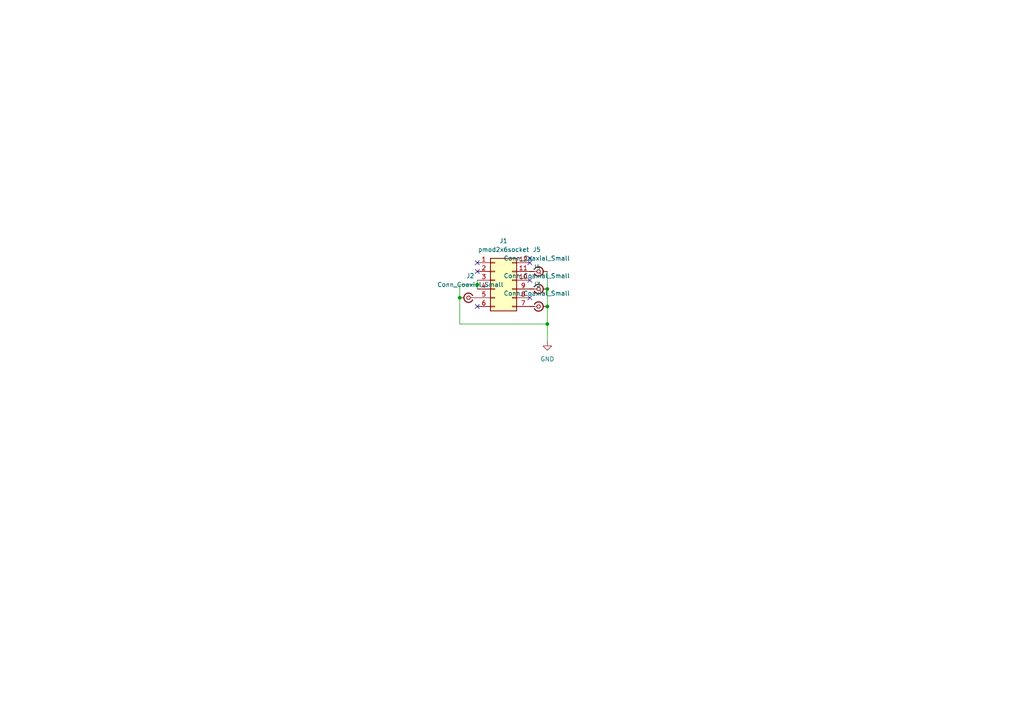
<source format=kicad_sch>
(kicad_sch (version 20250114) (generator "eeschema") (generator_version "9.0")
  (paper "A4")
  (lib_symbols
    (symbol "Connector:Conn_Coaxial_Small" (pin_numbers (hide yes)) (pin_names (offset 1.016) (hide yes))
      (property "Reference" "J" (at 0.254 3.048 0))
      (property "Value" "Conn_Coaxial_Small" (at 0 -3.81 0))
      (symbol "Conn_Coaxial_Small_0_1"
        (polyline (pts (xy -2.54 0) (xy -0.508 0)))
        (circle (center 0 0) (radius 0.508) (stroke (width 0.2032)))
      )
      (symbol "Conn_Coaxial_Small_1_1"
        (arc (start 1.3484 0.0039) (mid 0.327 -1.308) (end -1.1916 -0.6311) (stroke (width 0.3048)))
        (arc (start -1.1916 0.6311) (mid 0.327 1.3081) (end 1.3484 -0.0039) (stroke (width 0.3048)))
        (pin passive line (at -2.54 0 0) (length 1.27) (name "In") (number "1"))
        (pin passive line (at 2.54 0 180) (length 1.27) (name "Ext") (number "2"))
      )
    )
    (symbol "kicad-cody:pmod2x6socket" (pin_names (offset 1.016) (hide yes))
      (property "Reference" "J1" (at 2.54 11.43 0))
      (property "Value" "pmod2x6socket" (at 2.54 8.89 0))
      (symbol "pmod2x6socket_1_1"
        (rectangle (start -1.27 6.35) (end 6.35 -8.89) (stroke (width 0.254)) (fill (type background)))
        (rectangle (start -1.27 5.207) (end 0 4.953) (stroke (width 0.1524)))
        (rectangle (start -1.27 2.667) (end 0 2.413) (stroke (width 0.1524)))
        (rectangle (start -1.27 0.127) (end 0 -0.127) (stroke (width 0.1524)))
        (rectangle (start -1.27 -2.413) (end 0 -2.667) (stroke (width 0.1524)))
        (rectangle (start -1.27 -4.953) (end 0 -5.207) (stroke (width 0.1524)))
        (rectangle (start -1.27 -7.493) (end 0 -7.747) (stroke (width 0.1524)))
        (rectangle (start 5.08 5.207) (end 6.35 4.953) (stroke (width 0.1524)))
        (rectangle (start 5.08 -7.493) (end 6.35 -7.747) (stroke (width 0.1524)))
        (rectangle (start 6.35 2.667) (end 5.08 2.413) (stroke (width 0.1524)))
        (rectangle (start 6.35 0.127) (end 5.08 -0.127) (stroke (width 0.1524)))
        (rectangle (start 6.35 -2.413) (end 5.08 -2.667) (stroke (width 0.1524)))
        (rectangle (start 6.35 -4.953) (end 5.08 -5.207) (stroke (width 0.1524)))
        (pin power_in line (at -5.08 5.08 0) (length 3.81) (name "Pin_1") (number "1"))
        (pin power_in line (at -5.08 2.54 0) (length 3.81) (name "Pin_2") (number "2"))
        (pin power_in line (at -5.08 0 0) (length 3.81) (name "Pin_3") (number "3"))
        (pin power_in line (at -5.08 -2.54 0) (length 3.81) (name "Pin_4") (number "4"))
        (pin input line (at -5.08 -5.08 0) (length 3.81) (name "Pin_5") (number "5"))
        (pin input line (at -5.08 -7.62 0) (length 3.81) (name "Pin_6") (number "6"))
        (pin input line (at 10.16 5.08 180) (length 3.81) (name "Pin_12") (number "12"))
        (pin input line (at 10.16 2.54 180) (length 3.81) (name "Pin_11") (number "11"))
        (pin input line (at 10.16 0 180) (length 3.81) (name "Pin_10") (number "10"))
        (pin input line (at 10.16 -2.54 180) (length 3.81) (name "Pin_9") (number "9"))
        (pin input line (at 10.16 -5.08 180) (length 3.81) (name "Pin_8") (number "8"))
        (pin input line (at 10.16 -7.62 180) (length 3.81) (name "Pin_7") (number "7"))
      )
    )
    (symbol "power:GND" (power) (pin_numbers (hide yes)) (pin_names (offset 0) (hide yes))
      (property "Value" "GND" (at 0 -3.81 0))
      (symbol "GND_0_1"
        (polyline (pts (xy 0 0) (xy 0 -1.27) (xy 1.27 -1.27) (xy 0 -2.54) (xy -1.27 -1.27) (xy 0 -1.27)))
      )
      (symbol "GND_1_1"
        (pin power_in line (at 0 0 270) (length 0) (name "~") (number "1"))
      )
    )
  )
  (junction (at 133.35 86.36))
  (junction (at 158.75 83.82))
  (junction (at 158.75 93.98))
  (junction (at 138.43 82.55))
  (junction (at 158.75 88.9))
  (no_connect (at 153.67 74.93))
  (no_connect (at 153.67 76.2))
  (no_connect (at 138.43 76.2))
  (no_connect (at 153.67 81.28))
  (no_connect (at 138.43 78.74))
  (no_connect (at 138.43 88.9))
  (no_connect (at 153.67 86.36))
  (wire (pts (xy 158.75 99.06) (xy 158.75 93.98)))
  (wire (pts (xy 158.75 78.74) (xy 158.75 83.82)))
  (wire (pts (xy 133.35 82.55) (xy 133.35 86.36)))
  (wire (pts (xy 138.43 82.55) (xy 133.35 82.55)))
  (wire (pts (xy 158.75 93.98) (xy 158.75 88.9)))
  (wire (pts (xy 133.35 93.98) (xy 158.75 93.98)))
  (wire (pts (xy 138.43 82.55) (xy 138.43 83.82)))
  (wire (pts (xy 138.43 81.28) (xy 138.43 82.55)))
  (wire (pts (xy 158.75 83.82) (xy 158.75 88.9)))
  (wire (pts (xy 133.35 86.36) (xy 133.35 93.98)))
  (symbol (lib_id "kicad-cody:pmod2x6socket") (at 143.51 81.28 0) (unit 1)
    (property "Reference" "J1" (at 146.05 69.85 0))
    (property "Value" "pmod2x6socket" (at 146.05 72.39 0))
    (property "Footprint" "Connector_PinHeader_2.54mm:PinHeader_2x06_P2.54mm_Horizontal" (effects (hide yes)))
    (property "Description" "Generic connector, double row, 02x06, counter clockwise pin numbering scheme (similar to DIP package numbering), script generated (kicad-library-utils/schlib/autogen/connector/)" (effects (hide yes)))
  )
  (symbol (lib_id "Connector:Conn_Coaxial_Small") (at 156.21 88.9 0) (unit 1)
    (property "Reference" "J3" (at 155.6904 82.55 0))
    (property "Value" "Conn_Coaxial_Small" (at 155.6904 85.09 0))
    (property "Footprint" "Connector_Coaxial:MMCX_Molex_73415-1471_Vertical" (effects (hide yes)))
    (property "Description" "small coaxial connector (BNC, SMA, SMB, SMC, Cinch/RCA, LEMO, ...)" (effects (hide yes)))
  )
  (symbol (lib_id "Connector:Conn_Coaxial_Small") (at 156.21 83.82 0) (unit 1)
    (property "Reference" "J4" (at 155.6904 77.47 0))
    (property "Value" "Conn_Coaxial_Small" (at 155.6904 80.01 0))
    (property "Footprint" "Connector_Coaxial:MMCX_Molex_73415-1471_Vertical" (effects (hide yes)))
    (property "Description" "small coaxial connector (BNC, SMA, SMB, SMC, Cinch/RCA, LEMO, ...)" (effects (hide yes)))
  )
  (symbol (lib_id "Connector:Conn_Coaxial_Small") (at 156.21 78.74 0) (unit 1)
    (property "Reference" "J5" (at 155.6904 72.39 0))
    (property "Value" "Conn_Coaxial_Small" (at 155.6904 74.93 0))
    (property "Footprint" "Connector_Coaxial:MMCX_Molex_73415-1471_Vertical" (effects (hide yes)))
    (property "Description" "small coaxial connector (BNC, SMA, SMB, SMC, Cinch/RCA, LEMO, ...)" (effects (hide yes)))
  )
  (symbol (lib_id "Connector:Conn_Coaxial_Small") (at 135.89 86.36 180) (unit 1)
    (property "Reference" "J2" (at 136.4095 80.01 0))
    (property "Value" "Conn_Coaxial_Small" (at 136.4095 82.55 0))
    (property "Footprint" "Connector_Coaxial:MMCX_Molex_73415-1471_Vertical" (effects (hide yes)))
    (property "Description" "small coaxial connector (BNC, SMA, SMB, SMC, Cinch/RCA, LEMO, ...)" (effects (hide yes)))
  )
  (symbol (lib_id "power:GND") (at 158.75 99.06 0) (unit 1)
    (property "Reference" "#PWR05" (effects (hide yes)))
    (property "Value" "GND" (at 158.75 104.14 0))
    (property "Description" "Power symbol creates a global label with name \"GND\" , ground" (effects (hide yes)))
  )
)
</source>
